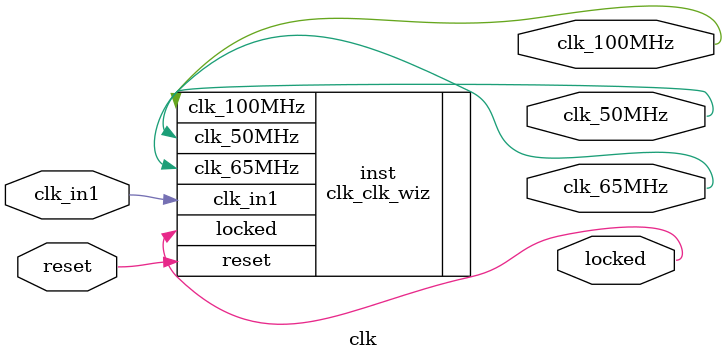
<source format=v>


`timescale 1ps/1ps

(* CORE_GENERATION_INFO = "clk,clk_wiz_v5_4_2_0,{component_name=clk,use_phase_alignment=true,use_min_o_jitter=false,use_max_i_jitter=false,use_dyn_phase_shift=false,use_inclk_switchover=false,use_dyn_reconfig=false,enable_axi=0,feedback_source=FDBK_AUTO,PRIMITIVE=MMCM,num_out_clk=3,clkin1_period=10.000,clkin2_period=10.000,use_power_down=false,use_reset=true,use_locked=true,use_inclk_stopped=false,feedback_type=SINGLE,CLOCK_MGR_TYPE=NA,manual_override=false}" *)

module clk 
 (
  // Clock out ports
  output        clk_100MHz,
  output        clk_50MHz,
  output        clk_65MHz,
  // Status and control signals
  input         reset,
  output        locked,
 // Clock in ports
  input         clk_in1
 );

  clk_clk_wiz inst
  (
  // Clock out ports  
  .clk_100MHz(clk_100MHz),
  .clk_50MHz(clk_50MHz),
  .clk_65MHz(clk_65MHz),
  // Status and control signals               
  .reset(reset), 
  .locked(locked),
 // Clock in ports
  .clk_in1(clk_in1)
  );

endmodule

</source>
